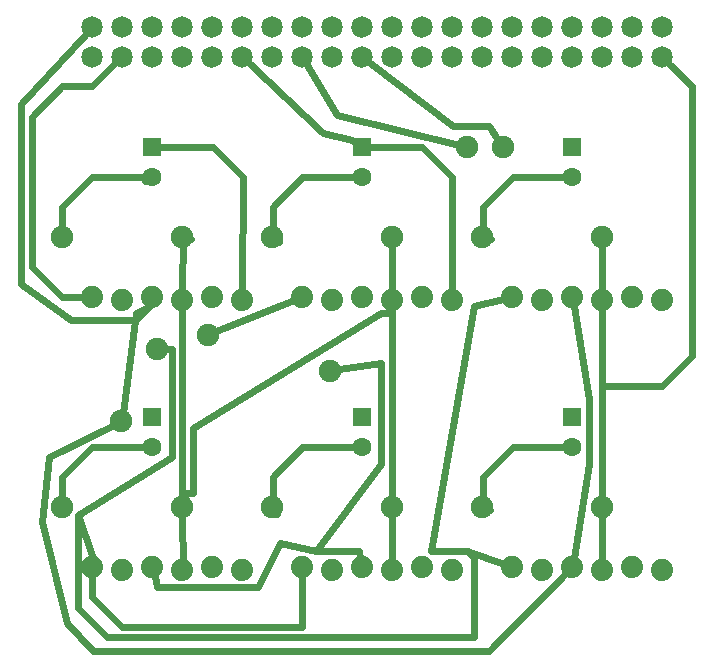
<source format=gbl>
G04 MADE WITH FRITZING*
G04 WWW.FRITZING.ORG*
G04 DOUBLE SIDED*
G04 HOLES PLATED*
G04 CONTOUR ON CENTER OF CONTOUR VECTOR*
%ASAXBY*%
%FSLAX23Y23*%
%MOIN*%
%OFA0B0*%
%SFA1.0B1.0*%
%ADD10C,0.075000*%
%ADD11C,0.062992*%
%ADD12C,0.071889*%
%ADD13C,0.071917*%
%ADD14C,0.074000*%
%ADD15C,0.075433*%
%ADD16R,0.062992X0.062992*%
%ADD17C,0.024000*%
%LNCOPPER0*%
G90*
G70*
G54D10*
X1685Y624D03*
X2085Y624D03*
X285Y624D03*
X685Y624D03*
X985Y624D03*
X1385Y624D03*
X285Y1524D03*
X685Y1524D03*
X1685Y1524D03*
X2085Y1524D03*
X985Y1524D03*
X1385Y1524D03*
G54D11*
X585Y922D03*
X585Y824D03*
X1285Y922D03*
X1285Y824D03*
X1985Y922D03*
X1985Y824D03*
X1985Y1822D03*
X1985Y1724D03*
X1285Y1822D03*
X1285Y1724D03*
X585Y1822D03*
X585Y1724D03*
G54D12*
X385Y2124D03*
X485Y2124D03*
X585Y2124D03*
X685Y2124D03*
G54D13*
X785Y2124D03*
G54D12*
X885Y2124D03*
X985Y2124D03*
X1085Y2124D03*
X1185Y2124D03*
G54D13*
X1285Y2124D03*
G54D12*
X1385Y2124D03*
G54D13*
X1485Y2124D03*
G54D12*
X1585Y2124D03*
X1685Y2124D03*
X1785Y2124D03*
X1885Y2124D03*
G54D13*
X1985Y2124D03*
G54D12*
X2085Y2124D03*
X2185Y2124D03*
X2285Y2124D03*
X2285Y2224D03*
X2185Y2224D03*
X2085Y2224D03*
G54D13*
X1985Y2224D03*
G54D12*
X1885Y2224D03*
X1785Y2224D03*
X1685Y2224D03*
X1585Y2224D03*
G54D13*
X1485Y2224D03*
G54D12*
X1385Y2224D03*
G54D13*
X1285Y2224D03*
G54D12*
X1185Y2224D03*
X1085Y2224D03*
X985Y2224D03*
X885Y2224D03*
G54D13*
X785Y2224D03*
G54D12*
X685Y2224D03*
X585Y2224D03*
X485Y2224D03*
X385Y2224D03*
G54D14*
X885Y1314D03*
X785Y1324D03*
X685Y1314D03*
X585Y1324D03*
X485Y1314D03*
X385Y1324D03*
X1585Y1314D03*
X1485Y1324D03*
X1385Y1314D03*
X1285Y1324D03*
X1185Y1314D03*
X1085Y1324D03*
X2285Y1314D03*
X2185Y1324D03*
X2085Y1314D03*
X1985Y1324D03*
X1885Y1314D03*
X1785Y1324D03*
X885Y414D03*
X785Y424D03*
X685Y414D03*
X585Y424D03*
X485Y414D03*
X385Y424D03*
X1585Y414D03*
X1485Y424D03*
X1385Y414D03*
X1285Y424D03*
X1185Y414D03*
X1085Y424D03*
X2285Y414D03*
X2185Y424D03*
X2085Y414D03*
X1985Y424D03*
X1885Y414D03*
X1785Y424D03*
G54D15*
X1634Y1821D03*
X1754Y1821D03*
X770Y1197D03*
X602Y1149D03*
X482Y909D03*
X1178Y1077D03*
G54D16*
X585Y922D03*
X1285Y922D03*
X1985Y922D03*
X1985Y1822D03*
X1285Y1822D03*
X585Y1822D03*
G54D17*
X2085Y623D02*
X2085Y445D01*
D02*
X2092Y596D02*
X2085Y623D01*
D02*
X1687Y623D02*
X1687Y722D01*
D02*
X1787Y822D02*
X1958Y823D01*
D02*
X1687Y722D02*
X1787Y822D01*
D02*
X1711Y611D02*
X1687Y623D01*
D02*
X986Y623D02*
X986Y722D01*
D02*
X1085Y822D02*
X1258Y823D01*
D02*
X986Y722D02*
X1085Y822D01*
D02*
X1001Y600D02*
X986Y623D01*
D02*
X284Y623D02*
X284Y722D01*
D02*
X384Y822D02*
X558Y823D01*
D02*
X284Y722D02*
X384Y822D01*
D02*
X267Y601D02*
X284Y623D01*
D02*
X687Y424D02*
X685Y595D01*
D02*
X691Y444D02*
X687Y424D01*
D02*
X1384Y424D02*
X1385Y595D01*
D02*
X1382Y445D02*
X1384Y424D01*
D02*
X687Y1523D02*
X713Y1517D01*
D02*
X685Y1345D02*
X687Y1523D01*
D02*
X583Y1722D02*
X562Y1709D01*
D02*
X384Y1722D02*
X583Y1722D01*
D02*
X285Y1552D02*
X284Y1623D01*
D02*
X284Y1623D02*
X384Y1722D01*
D02*
X1085Y1722D02*
X1258Y1723D01*
D02*
X986Y1623D02*
X1085Y1722D01*
D02*
X986Y1523D02*
X986Y1623D01*
D02*
X1008Y1507D02*
X986Y1523D01*
D02*
X1787Y1722D02*
X1958Y1723D01*
D02*
X1687Y1623D02*
X1787Y1722D01*
D02*
X1687Y1523D02*
X1687Y1623D01*
D02*
X1713Y1517D02*
X1687Y1523D01*
D02*
X1484Y1822D02*
X1583Y1722D01*
D02*
X1583Y1722D02*
X1585Y1345D01*
D02*
X1312Y1822D02*
X1484Y1822D01*
D02*
X787Y1822D02*
X886Y1722D01*
D02*
X886Y1722D02*
X885Y1345D01*
D02*
X612Y1822D02*
X787Y1822D01*
D02*
X1385Y652D02*
X1385Y1283D01*
D02*
X1384Y1424D02*
X1385Y1495D01*
D02*
X1385Y1345D02*
X1384Y1424D01*
D02*
X2085Y652D02*
X2085Y1283D01*
D02*
X685Y652D02*
X685Y1283D01*
D02*
X2085Y1025D02*
X2085Y1495D01*
D02*
X2384Y2025D02*
X2384Y1125D01*
D02*
X2384Y1125D02*
X2284Y1025D01*
D02*
X2284Y1025D02*
X2085Y1025D01*
D02*
X2309Y2100D02*
X2384Y2025D01*
D02*
X185Y1921D02*
X185Y1424D01*
D02*
X284Y2025D02*
X185Y1921D01*
D02*
X284Y1324D02*
X354Y1324D01*
D02*
X185Y1424D02*
X284Y1324D01*
D02*
X384Y2025D02*
X284Y2025D01*
D02*
X461Y2101D02*
X384Y2025D01*
D02*
X1085Y224D02*
X1085Y393D01*
D02*
X483Y224D02*
X1085Y224D01*
D02*
X384Y324D02*
X483Y224D01*
D02*
X385Y393D02*
X384Y324D01*
D02*
X909Y2101D02*
X1154Y1869D01*
D02*
X1154Y1869D02*
X1250Y1845D01*
D02*
X1250Y1845D02*
X1263Y1837D01*
D02*
X1102Y2095D02*
X1202Y1929D01*
D02*
X1202Y1929D02*
X1606Y1828D01*
D02*
X1311Y2103D02*
X1586Y1893D01*
D02*
X1586Y1893D02*
X1706Y1893D01*
D02*
X1706Y1893D02*
X1738Y1845D01*
D02*
X1056Y1312D02*
X797Y1208D01*
D02*
X1755Y1316D02*
X1658Y1293D01*
D02*
X1658Y1293D02*
X1514Y477D01*
D02*
X1514Y477D02*
X1634Y477D01*
D02*
X1634Y477D02*
X1658Y453D01*
D02*
X1658Y453D02*
X1658Y189D01*
D02*
X1658Y189D02*
X434Y189D01*
D02*
X434Y189D02*
X338Y285D01*
D02*
X338Y285D02*
X338Y597D01*
D02*
X338Y597D02*
X650Y789D01*
D02*
X650Y789D02*
X650Y1149D01*
D02*
X650Y1149D02*
X631Y1149D01*
D02*
X1756Y434D02*
X1634Y477D01*
D02*
X386Y455D02*
X386Y453D01*
D02*
X386Y453D02*
X338Y597D01*
D02*
X1375Y1284D02*
X1370Y1269D01*
D02*
X1370Y1269D02*
X1346Y1269D01*
D02*
X1346Y1269D02*
X722Y885D01*
D02*
X722Y885D02*
X722Y669D01*
D02*
X722Y669D02*
X698Y669D01*
D02*
X698Y669D02*
X693Y651D01*
D02*
X1279Y454D02*
X1274Y477D01*
D02*
X1274Y477D02*
X1130Y477D01*
D02*
X1130Y477D02*
X1010Y501D01*
D02*
X1010Y501D02*
X938Y357D01*
D02*
X938Y357D02*
X602Y357D01*
D02*
X602Y357D02*
X593Y393D01*
D02*
X1963Y401D02*
X1706Y141D01*
D02*
X1706Y141D02*
X386Y141D01*
D02*
X386Y141D02*
X302Y237D01*
D02*
X302Y237D02*
X218Y573D01*
D02*
X218Y573D02*
X242Y789D01*
D02*
X242Y789D02*
X456Y896D01*
D02*
X578Y1293D02*
X578Y1293D01*
D02*
X578Y1293D02*
X530Y1269D01*
D02*
X530Y1269D02*
X486Y937D01*
D02*
X1207Y1081D02*
X1346Y1101D01*
D02*
X1346Y1101D02*
X1346Y765D01*
D02*
X1346Y765D02*
X1130Y477D01*
D02*
X1990Y1293D02*
X2042Y981D01*
D02*
X2042Y981D02*
X2042Y765D01*
D02*
X2042Y765D02*
X1990Y454D01*
D02*
X363Y2199D02*
X146Y1965D01*
D02*
X146Y1965D02*
X146Y1365D01*
D02*
X146Y1365D02*
X314Y1245D01*
D02*
X314Y1245D02*
X530Y1245D01*
D02*
X530Y1245D02*
X578Y1293D01*
G04 End of Copper0*
M02*
</source>
